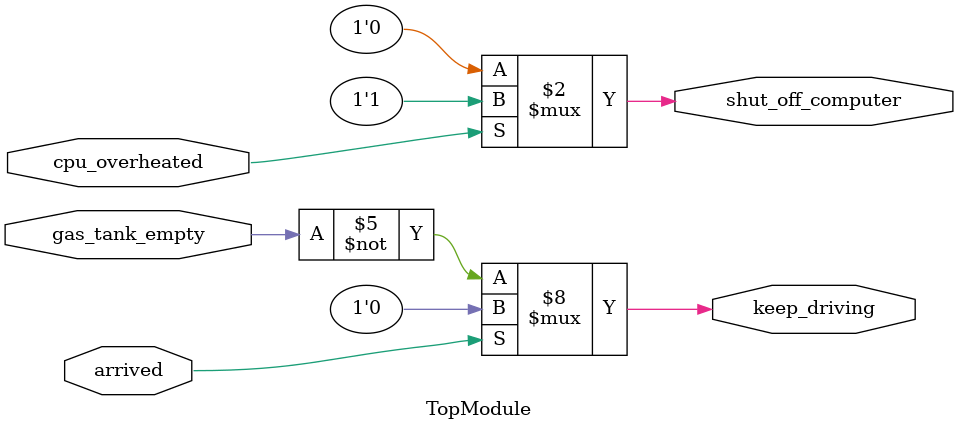
<source format=sv>
module TopModule (
    input logic cpu_overheated,      // Input signal indicating if the CPU is overheated (1 bit)
    output logic shut_off_computer,   // Output signal to shut off the computer (1 bit)
    input logic arrived,              // Input signal indicating if the vehicle has arrived (1 bit)
    input logic gas_tank_empty,      // Input signal indicating if the gas tank is empty (1 bit)
    output logic keep_driving          // Output signal to indicate if the vehicle should keep driving (1 bit)
);

    // Initial states for the registers
    initial begin
        shut_off_computer = 1'b0;          // Initial state for shut_off_computer
        keep_driving = 1'b0;                // Initial state for keep_driving
    end

    // Combinational Logic for Shutting Off the Computer
    always @(*) begin
        shut_off_computer = cpu_overheated ? 1'b1 : 1'b0;
    end

    // Combinational Logic for Driving Decision
    always @(*) begin
        if (~arrived) begin
            keep_driving = ~gas_tank_empty; // Drive only if the tank is not empty
        end else begin
            keep_driving = 1'b0;             // If arrived, do not keep driving
        end
    end

endmodule
</source>
